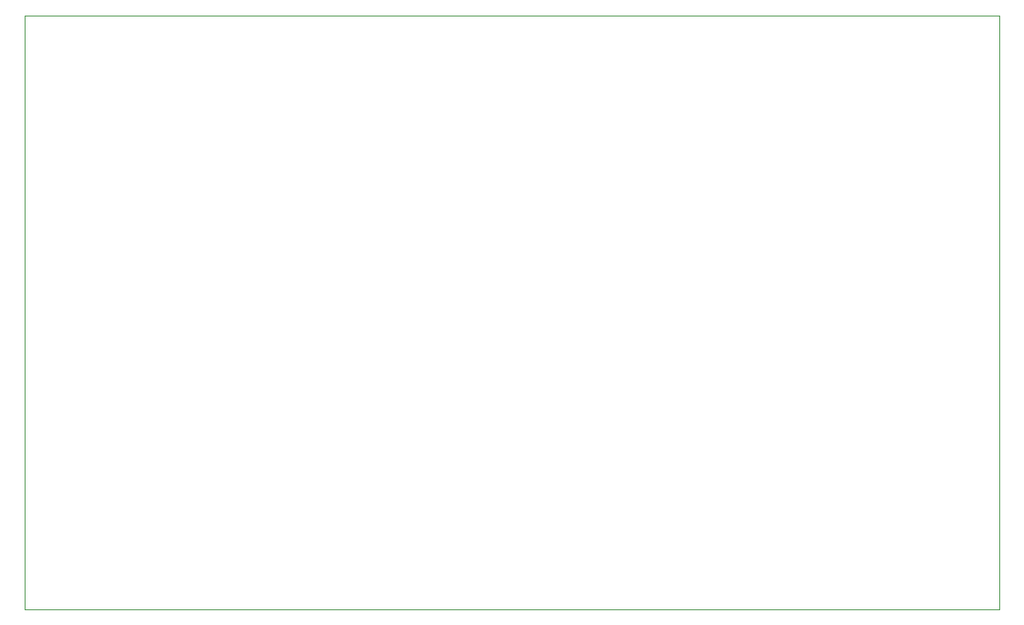
<source format=gbr>
%TF.GenerationSoftware,KiCad,Pcbnew,(6.0.0-0)*%
%TF.CreationDate,2022-03-08T07:21:29-05:00*%
%TF.ProjectId,Module-Tester,4d6f6475-6c65-42d5-9465-737465722e6b,rev?*%
%TF.SameCoordinates,Original*%
%TF.FileFunction,Profile,NP*%
%FSLAX46Y46*%
G04 Gerber Fmt 4.6, Leading zero omitted, Abs format (unit mm)*
G04 Created by KiCad (PCBNEW (6.0.0-0)) date 2022-03-08 07:21:29*
%MOMM*%
%LPD*%
G01*
G04 APERTURE LIST*
%TA.AperFunction,Profile*%
%ADD10C,0.100000*%
%TD*%
G04 APERTURE END LIST*
D10*
X100984000Y-71522000D02*
X201314000Y-71522000D01*
X201314000Y-71522000D02*
X201314000Y-132702000D01*
X201314000Y-132702000D02*
X100984000Y-132702000D01*
X100984000Y-132702000D02*
X100984000Y-71522000D01*
M02*

</source>
